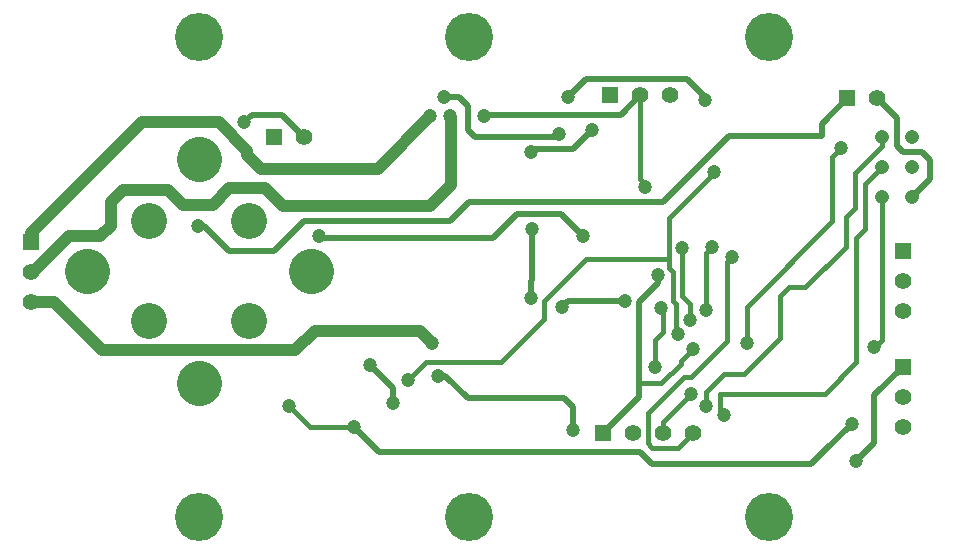
<source format=gbl>
G04 ( created by brdgerber.py ( brdgerber.py v0.1 2014-03-12 ) ) date 2021-04-12 03:42:30 EDT*
G04 Gerber Fmt 3.4, Leading zero omitted, Abs format*
%MOIN*%
%FSLAX34Y34*%
G01*
G70*
G90*
G04 APERTURE LIST*
%ADD39R,0.0600X0.0800*%
%ADD16C,0.0100*%
%ADD13C,0.0050*%
%ADD35R,0.0800X0.0600*%
%ADD31C,0.0047*%
%ADD22R,0.0260X0.0800*%
%ADD41C,0.0150*%
%ADD34C,0.1500*%
%ADD36C,0.0471*%
%ADD28C,0.0000*%
%ADD33R,0.0787X0.0177*%
%ADD25R,0.0472X0.0275*%
%ADD27R,0.0709X0.0629*%
%ADD21R,0.0629X0.0709*%
%ADD29C,0.0059*%
%ADD26C,0.0012*%
%ADD20C,0.0472*%
%ADD12R,0.0866X0.0236*%
%ADD38C,0.1200*%
%ADD10C,0.0400*%
%ADD32R,0.0177X0.0787*%
%ADD40C,0.1600*%
%ADD19C,0.0120*%
%ADD30R,0.0945X0.1575*%
%ADD23C,0.0020*%
%ADD14C,0.0080*%
%ADD18C,0.0550*%
%ADD11C,0.0200*%
%ADD37R,0.0760X0.2100*%
%ADD15C,0.0060*%
%ADD24C,0.0160*%
%ADD17R,0.0550X0.0550*%
G04 APERTURE END LIST*
G54D39*
D10*
G01X-03550Y19150D02*
G01X-03600Y19150D01*
D17*
X23600Y24950D03*
D18*
X24600Y24950D03*
D10*
G01X03000Y21950D02*
G01X02450Y21400D01*
D20*
X13100Y20600D03*
D20*
X09700Y24350D03*
D11*
G01X13100Y18900D02*
G01X13050Y18850D01*
D17*
X15450Y13800D03*
D18*
X16450Y13800D03*
D18*
X17450Y13800D03*
D18*
X18450Y13800D03*
D11*
G01X13100Y20600D02*
G01X13100Y18900D01*
D11*
G01X14150Y14950D02*
G01X14450Y14650D01*
D11*
G01X08450Y15300D02*
G01X08450Y14800D01*
D10*
G01X02450Y21400D02*
G01X01450Y21400D01*
D20*
X07700Y16050D03*
D10*
G01X-00950Y21500D02*
G01X-00950Y20700D01*
D10*
G01X04200Y21950D02*
G01X03000Y21950D01*
D17*
X25450Y16000D03*
D18*
X25450Y15000D03*
D18*
X25450Y14000D03*
D10*
G01X-00550Y21900D02*
G01X-00950Y21500D01*
D11*
G01X07700Y16050D02*
G01X08450Y15300D01*
D17*
X15700Y25050D03*
D18*
X16700Y25050D03*
D18*
X17700Y25050D03*
D10*
G01X00950Y21900D02*
G01X-00550Y21900D01*
D10*
G01X07950Y22600D02*
G01X09700Y24350D01*
D24*
G01X24750Y23350D02*
G01X24750Y23650D01*
D17*
X04500Y23650D03*
D18*
X05500Y23650D03*
D17*
X-03600Y20150D03*
D18*
X-03600Y19150D03*
D18*
X-03600Y18150D03*
D20*
X13050Y18300D03*
D10*
G01X-03600Y18150D02*
G01X-02850Y18150D01*
D20*
X09750Y16800D03*
D20*
X08450Y14800D03*
D11*
G01X13050Y18850D02*
G01X13050Y18300D01*
D17*
X25450Y19850D03*
D18*
X25450Y18850D03*
D18*
X25450Y17850D03*
D10*
G01X09350Y17200D02*
G01X09750Y16800D01*
D10*
G01X05850Y17200D02*
G01X09350Y17200D01*
D10*
G01X-02850Y18150D02*
G01X-01250Y16550D01*
D10*
G01X05200Y16550D02*
G01X05850Y17200D01*
D34*
G01X05740Y19200D02*
G01X05740Y19200D01*
D34*
G01X02000Y22940D02*
G01X02000Y22940D01*
D34*
G01X-01740Y19200D02*
G01X-01740Y19200D01*
D34*
G01X02000Y15460D02*
G01X02000Y15460D01*
D24*
G01X23850Y22450D02*
G01X24750Y23350D01*
D10*
G01X04800Y21350D02*
G01X04200Y21950D01*
D10*
G01X-01300Y20350D02*
G01X-02350Y20350D01*
D10*
G01X03600Y23050D02*
G01X04050Y22600D01*
D24*
G01X23850Y21300D02*
G01X23850Y22450D01*
D24*
G01X23550Y21000D02*
G01X23850Y21300D01*
D24*
G01X23550Y20000D02*
G01X23550Y21000D01*
D24*
G01X22200Y18650D02*
G01X23550Y20000D01*
D10*
G01X01450Y21400D02*
G01X00950Y21900D01*
D10*
G01X-01250Y16550D02*
G01X05200Y16550D01*
D10*
G01X-02350Y20350D02*
G01X-03550Y19150D01*
D36*
G01X24750Y23650D02*
G01X24750Y23650D01*
D36*
G01X25750Y23650D02*
G01X25750Y23650D01*
D36*
G01X24750Y22650D02*
G01X24750Y22650D01*
D36*
G01X25750Y22650D02*
G01X25750Y22650D01*
D36*
G01X24750Y21650D02*
G01X24750Y21650D01*
D36*
G01X25750Y21650D02*
G01X25750Y21650D01*
D20*
X11500Y24350D03*
D11*
G01X11500Y24350D02*
G01X11550Y24400D01*
D11*
G01X11550Y24400D02*
G01X16050Y24400D01*
D11*
G01X16050Y24400D02*
G01X16700Y25050D01*
D10*
G01X-00950Y20700D02*
G01X-01300Y20350D01*
D10*
G01X03600Y23200D02*
G01X03600Y23050D01*
D10*
G01X-03600Y20450D02*
G01X00100Y24150D01*
D10*
G01X00100Y24150D02*
G01X02650Y24150D01*
D10*
G01X-03600Y20150D02*
G01X-03600Y20450D01*
D10*
G01X02650Y24150D02*
G01X03600Y23200D01*
D38*
G01X00330Y17530D02*
G01X00330Y17530D01*
D38*
G01X03670Y17530D02*
G01X03670Y17530D01*
D38*
G01X03670Y20870D02*
G01X03670Y20870D01*
D38*
G01X00330Y20870D02*
G01X00330Y20870D01*
D24*
G01X19350Y14550D02*
G01X19350Y15100D01*
D24*
G01X19500Y14400D02*
G01X19350Y14550D01*
D20*
X19500Y14400D03*
D11*
G01X22750Y24100D02*
G01X23600Y24950D01*
D40*
X02000Y11000D03*
D40*
X11000Y11000D03*
D20*
X24500Y16650D03*
D24*
G01X24500Y16650D02*
G01X24750Y16900D01*
D24*
G01X24750Y16900D02*
G01X24750Y21650D01*
D24*
G01X20250Y18000D02*
G01X23100Y20850D01*
D24*
G01X23100Y20850D02*
G01X23100Y22600D01*
D24*
G01X24200Y22100D02*
G01X24750Y22650D01*
D24*
G01X24200Y20600D02*
G01X24200Y22100D01*
D24*
G01X23900Y20300D02*
G01X24200Y20600D01*
D24*
G01X23900Y16150D02*
G01X23900Y20300D01*
D24*
G01X22850Y15100D02*
G01X23900Y16150D01*
D24*
G01X19350Y15100D02*
G01X22850Y15100D01*
D11*
G01X22750Y23700D02*
G01X22750Y24100D01*
D24*
G01X21650Y18650D02*
G01X22200Y18650D01*
D20*
X10350Y24350D03*
D10*
G01X10350Y24350D02*
G01X10400Y24300D01*
D10*
G01X10400Y24300D02*
G01X10400Y22050D01*
D10*
G01X10400Y22050D02*
G01X09700Y21350D01*
D10*
G01X09700Y21350D02*
G01X04800Y21350D01*
D10*
G01X04050Y22600D02*
G01X07950Y22600D01*
D20*
X01950Y20700D03*
D11*
G01X01950Y20700D02*
G01X02150Y20700D01*
D11*
G01X02150Y20700D02*
G01X03000Y19850D01*
D11*
G01X03000Y19850D02*
G01X04500Y19850D01*
D11*
G01X04500Y19850D02*
G01X05500Y20850D01*
D11*
G01X05500Y20850D02*
G01X10350Y20850D01*
D11*
G01X10350Y20850D02*
G01X11000Y21500D01*
D11*
G01X11000Y21500D02*
G01X17450Y21500D01*
D11*
G01X17450Y21500D02*
G01X19650Y23700D01*
D11*
G01X19650Y23700D02*
G01X22750Y23700D01*
D20*
X03500Y24150D03*
D11*
G01X03500Y24150D02*
G01X03750Y24400D01*
D11*
G01X03750Y24400D02*
G01X04750Y24400D01*
D11*
G01X04750Y24400D02*
G01X05500Y23650D01*
D20*
X14100Y18000D03*
D11*
G01X14100Y18000D02*
G01X14300Y18200D01*
D11*
G01X14300Y18200D02*
G01X16200Y18200D01*
D20*
X16200Y18200D03*
D20*
X18900Y14700D03*
D24*
G01X18900Y14700D02*
G01X18900Y15150D01*
D24*
G01X18900Y15150D02*
G01X19500Y15750D01*
D24*
G01X19500Y15750D02*
G01X20150Y15750D01*
D24*
G01X20150Y15750D02*
G01X21350Y16950D01*
D24*
G01X21350Y16950D02*
G01X21350Y18350D01*
D24*
G01X21350Y18350D02*
G01X21650Y18650D01*
D20*
X18400Y15100D03*
D24*
G01X18400Y15100D02*
G01X17450Y14150D01*
D24*
G01X17450Y14150D02*
G01X17450Y13800D01*
D20*
X17400Y17950D03*
D11*
G01X17400Y17950D02*
G01X17450Y17900D01*
D20*
X10150Y25000D03*
D11*
G01X10150Y25000D02*
G01X10650Y25000D01*
D11*
G01X10650Y25000D02*
G01X10950Y24700D01*
D11*
G01X10950Y24700D02*
G01X10950Y23900D01*
D11*
G01X10950Y23900D02*
G01X11200Y23650D01*
D11*
G01X11200Y23650D02*
G01X13900Y23650D01*
D11*
G01X13900Y23650D02*
G01X14000Y23750D01*
D20*
X14000Y23750D03*
D20*
X17300Y19050D03*
D11*
G01X17300Y19050D02*
G01X17300Y18800D01*
D11*
G01X17300Y18800D02*
G01X16650Y18150D01*
D11*
G01X16650Y18150D02*
G01X16650Y15000D01*
D11*
G01X16650Y15000D02*
G01X15450Y13800D01*
D20*
X14450Y13900D03*
D11*
G01X14450Y14650D02*
G01X14450Y13900D01*
D20*
X09950Y15700D03*
D11*
G01X09950Y15700D02*
G01X10200Y15700D01*
D11*
G01X10200Y15700D02*
G01X10950Y14950D01*
D11*
G01X10950Y14950D02*
G01X14150Y14950D01*
D20*
X07150Y14000D03*
D11*
G01X07150Y14000D02*
G01X08000Y13150D01*
D24*
G01X18900Y19800D02*
G01X18900Y19400D01*
D11*
G01X22800Y13150D02*
G01X23750Y14100D01*
D20*
X23750Y14100D03*
D20*
X23900Y12850D03*
D11*
G01X23900Y12850D02*
G01X24500Y13450D01*
D11*
G01X24500Y13450D02*
G01X24500Y15050D01*
D11*
G01X24500Y15050D02*
G01X25450Y16000D01*
D20*
X06000Y20350D03*
D11*
G01X06000Y20350D02*
G01X06050Y20300D01*
D11*
G01X06050Y20300D02*
G01X11800Y20300D01*
D11*
G01X11800Y20300D02*
G01X12600Y21100D01*
D11*
G01X12600Y21100D02*
G01X14050Y21100D01*
D11*
G01X14050Y21100D02*
G01X14800Y20350D01*
D20*
X14800Y20350D03*
D20*
X13050Y23150D03*
D11*
G01X13050Y23150D02*
G01X13150Y23250D01*
D11*
G01X13150Y23250D02*
G01X14450Y23250D01*
D11*
G01X14450Y23250D02*
G01X15100Y23900D01*
D20*
X15100Y23900D03*
D20*
X17200Y16000D03*
D24*
G01X17200Y16000D02*
G01X17200Y16900D01*
D24*
G01X17200Y16900D02*
G01X17450Y17150D01*
D24*
G01X17450Y17150D02*
G01X17450Y17900D01*
D20*
X18450Y16600D03*
D24*
G01X18450Y16600D02*
G01X18050Y16200D01*
D24*
G01X18050Y16200D02*
G01X18050Y16100D01*
D24*
G01X18050Y16100D02*
G01X17400Y15450D01*
D24*
G01X17400Y15450D02*
G01X16650Y15450D01*
D20*
X08950Y15550D03*
D24*
G01X08950Y15550D02*
G01X09550Y16150D01*
D24*
G01X09550Y16150D02*
G01X12050Y16150D01*
D24*
G01X12050Y16150D02*
G01X13500Y17600D01*
D24*
G01X13500Y17600D02*
G01X13500Y18200D01*
D24*
G01X13500Y18200D02*
G01X14900Y19600D01*
D24*
G01X14900Y19600D02*
G01X17650Y19600D01*
D20*
X17950Y17100D03*
D24*
G01X17900Y17150D02*
G01X17950Y17100D01*
D20*
X18900Y17900D03*
D24*
G01X18900Y17900D02*
G01X18900Y19400D01*
D24*
G01X17650Y19600D02*
G01X17650Y20950D01*
D24*
G01X17650Y20950D02*
G01X19150Y22450D01*
D24*
G01X19150Y22450D02*
G01X19150Y22500D01*
D20*
X19150Y22500D03*
D24*
G01X17650Y19600D02*
G01X17650Y19300D01*
D24*
G01X17650Y19300D02*
G01X17800Y19150D01*
D24*
G01X17800Y19150D02*
G01X17800Y18200D01*
D24*
G01X17800Y18200D02*
G01X17900Y18100D01*
D24*
G01X17900Y18100D02*
G01X17900Y17150D01*
D20*
X18350Y17550D03*
D24*
G01X18350Y17550D02*
G01X18350Y18100D01*
D24*
G01X18350Y18100D02*
G01X18100Y18350D01*
D24*
G01X18100Y18350D02*
G01X18100Y19550D01*
D24*
G01X18100Y19550D02*
G01X18100Y19950D01*
D20*
X18100Y19950D03*
D20*
X16850Y22000D03*
D24*
G01X16850Y22000D02*
G01X16850Y22100D01*
D24*
G01X16850Y22100D02*
G01X16700Y22250D01*
D24*
G01X16700Y22250D02*
G01X16700Y25050D01*
D20*
X19100Y20000D03*
D24*
G01X19100Y20000D02*
G01X18900Y19800D01*
D20*
X19750Y19650D03*
D24*
G01X19750Y19650D02*
G01X19600Y19500D01*
D24*
G01X19600Y19500D02*
G01X19600Y16850D01*
D24*
G01X19600Y16850D02*
G01X18400Y15650D01*
D24*
G01X18400Y15650D02*
G01X18150Y15650D01*
D24*
G01X18150Y15650D02*
G01X16950Y14450D01*
D24*
G01X16950Y14450D02*
G01X16950Y13450D01*
D24*
G01X16950Y13450D02*
G01X17100Y13300D01*
D24*
G01X17100Y13300D02*
G01X17950Y13300D01*
D24*
G01X17950Y13300D02*
G01X18450Y13800D01*
D11*
G01X08000Y13150D02*
G01X16700Y13150D01*
D11*
G01X16700Y13150D02*
G01X17100Y12750D01*
D11*
G01X17100Y12750D02*
G01X22400Y12750D01*
D11*
G01X22400Y12750D02*
G01X22800Y13150D01*
D11*
G01X26350Y22250D02*
G01X25750Y21650D01*
D20*
X18850Y24900D03*
D11*
G01X18850Y24900D02*
G01X18850Y25000D01*
D11*
G01X18850Y25000D02*
G01X18250Y25600D01*
D11*
G01X18250Y25600D02*
G01X14900Y25600D01*
D11*
G01X14900Y25600D02*
G01X14300Y25000D01*
D20*
X14300Y25000D03*
D20*
X20250Y16800D03*
D24*
G01X20250Y16800D02*
G01X20250Y18000D01*
D24*
G01X23100Y22600D02*
G01X23100Y23000D01*
D24*
G01X23100Y23000D02*
G01X23400Y23300D01*
D20*
X23400Y23300D03*
D20*
X05000Y14700D03*
D24*
G01X05000Y14700D02*
G01X05700Y14000D01*
D24*
G01X05700Y14000D02*
G01X07150Y14000D01*
D11*
G01X26350Y22250D02*
G01X26350Y22900D01*
D11*
G01X26350Y22900D02*
G01X26100Y23150D01*
D11*
G01X26100Y23150D02*
G01X25450Y23150D01*
D11*
G01X25450Y23150D02*
G01X25250Y23350D01*
D11*
G01X25250Y23350D02*
G01X25250Y24300D01*
D11*
G01X25250Y24300D02*
G01X24600Y24950D01*
D40*
X02000Y27000D03*
D40*
X21000Y27000D03*
D40*
X11000Y27000D03*
D40*
X21000Y11000D03*
M02*

</source>
